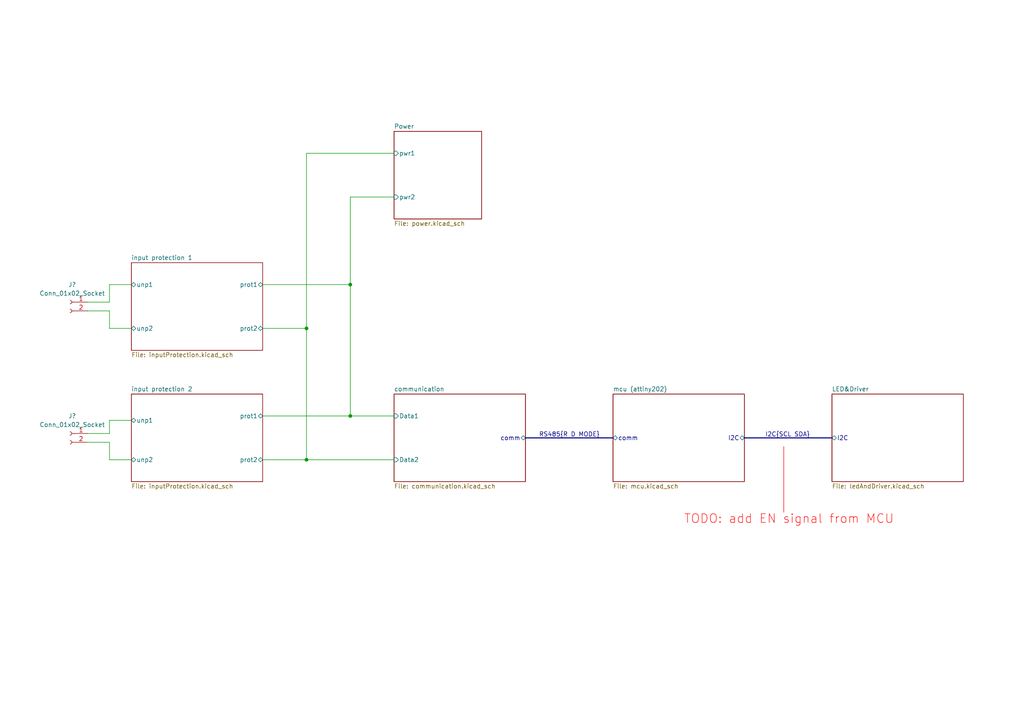
<source format=kicad_sch>
(kicad_sch (version 20250114) (generator "eeschema") (generator_version "9.0")
  (paper "A4")
  (title_block (title "${Project Title}") (date "2025-04-28") (rev "${Revision}") (comment 1 "${Designed By}"))
  (lib_symbols
    (symbol "Connector:Conn_01x02_Socket" (pin_names (offset 1.016) (hide yes))
      (property "Reference" "J" (at 0 2.54 0))
      (property "Value" "Conn_01x02_Socket" (at 0 -5.08 0))
      (symbol "Conn_01x02_Socket_1_1"
        (polyline (pts (xy -1.27 0) (xy -0.508 0)) (stroke (width 0.1524)))
        (polyline (pts (xy -1.27 -2.54) (xy -0.508 -2.54)) (stroke (width 0.1524)))
        (arc (start 0 -0.508) (mid -0.5058 0) (end 0 0.508) (stroke (width 0.1524)))
        (arc (start 0 -3.048) (mid -0.5058 -2.54) (end 0 -2.032) (stroke (width 0.1524)))
        (pin passive line (at -5.08 0 0) (length 3.81) (name "Pin_1") (number "1"))
        (pin passive line (at -5.08 -2.54 0) (length 3.81) (name "Pin_2") (number "2"))
      )
    )
  )
  (text "TODO: add EN signal from MCU" (at 228.854 150.622 0) (effects (font (size 2.54 2.54))))
  (junction (at 101.6 82.55))
  (junction (at 101.6 120.65))
  (junction (at 88.9 95.25))
  (junction (at 88.9 133.35))
  (wire (pts (xy 31.75 82.55) (xy 31.75 87.63)))
  (wire (pts (xy 25.4 125.73) (xy 31.75 125.73)))
  (bus (pts (xy 215.9 127) (xy 241.3 127)))
  (wire (pts (xy 31.75 125.73) (xy 31.75 121.92)))
  (wire (pts (xy 25.4 87.63) (xy 31.75 87.63)))
  (wire (pts (xy 31.75 121.92) (xy 38.1 121.92)))
  (wire (pts (xy 25.4 90.17) (xy 31.75 90.17)))
  (polyline (pts (xy 227.33 129.54) (xy 227.33 148.59)) (stroke (width 0) (type solid) (color 255 0 0 1)))
  (wire (pts (xy 101.6 120.65) (xy 114.3 120.65)))
  (wire (pts (xy 101.6 57.15) (xy 101.6 82.55)))
  (wire (pts (xy 76.2 82.55) (xy 101.6 82.55)))
  (wire (pts (xy 31.75 82.55) (xy 38.1 82.55)))
  (wire (pts (xy 76.2 95.25) (xy 88.9 95.25)))
  (wire (pts (xy 88.9 44.45) (xy 88.9 95.25)))
  (wire (pts (xy 88.9 133.35) (xy 76.2 133.35)))
  (wire (pts (xy 31.75 95.25) (xy 38.1 95.25)))
  (wire (pts (xy 114.3 57.15) (xy 101.6 57.15)))
  (bus (pts (xy 152.4 127) (xy 177.8 127)))
  (wire (pts (xy 76.2 120.65) (xy 101.6 120.65)))
  (wire (pts (xy 31.75 90.17) (xy 31.75 95.25)))
  (wire (pts (xy 114.3 44.45) (xy 88.9 44.45)))
  (wire (pts (xy 101.6 82.55) (xy 101.6 120.65)))
  (wire (pts (xy 88.9 133.35) (xy 114.3 133.35)))
  (wire (pts (xy 31.75 133.35) (xy 38.1 133.35)))
  (wire (pts (xy 31.75 128.27) (xy 31.75 133.35)))
  (wire (pts (xy 88.9 95.25) (xy 88.9 133.35)))
  (wire (pts (xy 25.4 128.27) (xy 31.75 128.27)))
  (label "I2C{SCL SDA}" (at 234.95 127 180))
  (label "RS485{R D MODE}" (at 173.99 127 180))
  (symbol (lib_id "Connector:Conn_01x02_Socket") (at 20.32 87.63 0) (mirror y) (unit 1)
    (property "Reference" "J?" (at 20.955 82.55 0))
    (property "Value" "Conn_01x02_Socket" (at 20.955 85.09 0))
    (property "Description" "Generic connector, single row, 01x02, script generated" (effects (hide yes)))
  )
  (symbol (lib_id "Connector:Conn_01x02_Socket") (at 20.32 125.73 0) (mirror y) (unit 1)
    (property "Reference" "J?" (at 20.955 120.65 0))
    (property "Value" "Conn_01x02_Socket" (at 20.955 123.19 0))
    (property "Description" "Generic connector, single row, 01x02, script generated" (effects (hide yes)))
  )
  (sheet (at 38.1 114.3) (size 38.1 25.4) (stroke (width 0.1524))
    (property "Sheetname" "input protection 2" (at 38.1 113.5884 0) (effects (justify left bottom)))
    (property "Sheetfile" "inputProtection.kicad_sch" (at 38.1 140.2846 0) (effects (justify left top)))
    (pin "prot1" bidirectional (at 76.2 120.65 0))
    (pin "prot2" bidirectional (at 76.2 133.35 0))
    (pin "unp1" bidirectional (at 38.1 121.92 180))
    (pin "unp2" bidirectional (at 38.1 133.35 180))
  )
  (sheet (at 114.3 114.3) (size 38.1 25.4) (stroke (width 0.1524))
    (property "Sheetname" "communication" (at 114.3 113.5884 0) (effects (justify left bottom)))
    (property "Sheetfile" "communication.kicad_sch" (at 114.3 140.2846 0) (effects (justify left top)))
    (pin "Data1" input (at 114.3 120.65 180))
    (pin "Data2" input (at 114.3 133.35 180))
    (pin "comm" bidirectional (at 152.4 127 0))
  )
  (sheet (at 177.8 114.3) (size 38.1 25.4) (stroke (width 0.1524))
    (property "Sheetname" "mcu (attiny202)" (at 177.8 113.5884 0) (effects (justify left bottom)))
    (property "Sheetfile" "mcu.kicad_sch" (at 177.8 140.2846 0) (effects (justify left top)))
    (pin "comm" bidirectional (at 177.8 127 180))
    (pin "I2C" bidirectional (at 215.9 127 0))
  )
  (sheet (at 241.3 114.3) (size 38.1 25.4) (stroke (width 0.1524))
    (property "Sheetname" "LED&Driver" (at 241.3 113.5884 0) (effects (justify left bottom)))
    (property "Sheetfile" "ledAndDriver.kicad_sch" (at 241.3 140.2846 0) (effects (justify left top)))
    (pin "I2C" bidirectional (at 241.3 127 180))
  )
  (sheet (at 114.3 38.1) (size 25.4 25.4) (stroke (width 0.1524))
    (property "Sheetname" "Power" (at 114.3 37.3884 0) (effects (justify left bottom)))
    (property "Sheetfile" "power.kicad_sch" (at 114.3 64.0846 0) (effects (justify left top)))
    (pin "pwr1" input (at 114.3 44.45 180))
    (pin "pwr2" input (at 114.3 57.15 180))
  )
  (sheet (at 38.1 76.2) (size 38.1 25.4) (stroke (width 0.1524))
    (property "Sheetname" "input protection 1" (at 38.1 75.4884 0) (effects (justify left bottom)))
    (property "Sheetfile" "inputProtection.kicad_sch" (at 38.1 102.1846 0) (effects (justify left top)))
    (pin "prot1" bidirectional (at 76.2 82.55 0))
    (pin "prot2" bidirectional (at 76.2 95.25 0))
    (pin "unp1" bidirectional (at 38.1 82.55 180))
    (pin "unp2" bidirectional (at 38.1 95.25 180))
  )
)
</source>
